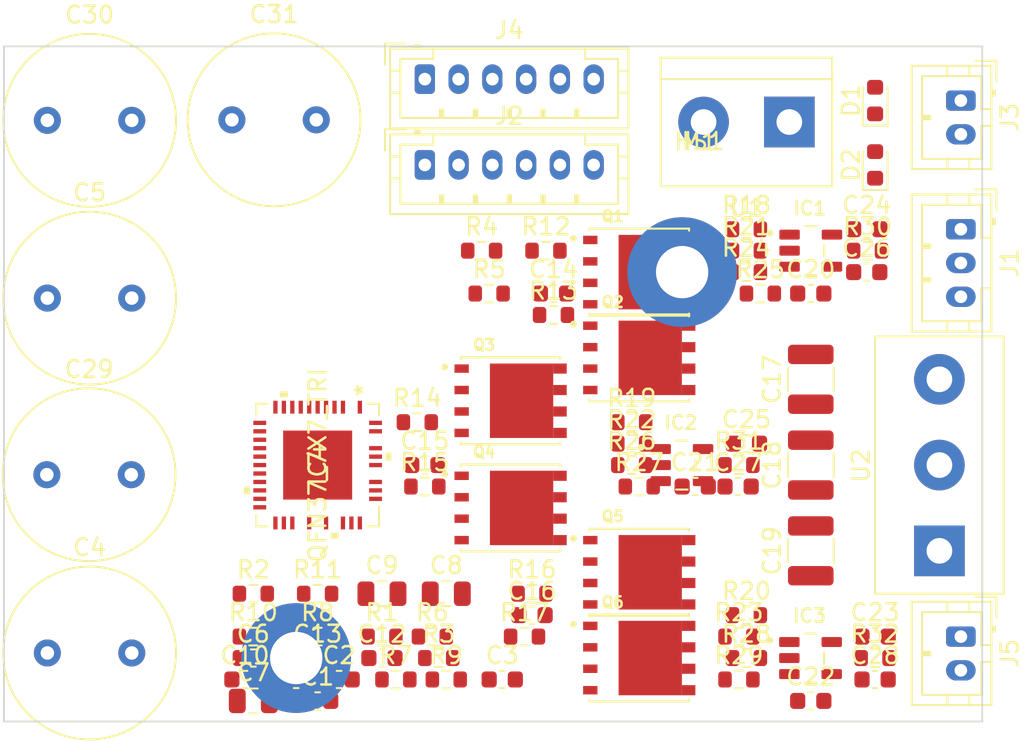
<source format=kicad_pcb>
(kicad_pcb (version 20171130) (host pcbnew "(5.1.12)-1")
  (layers (0 F.Cu signal) (31 B.Cu signal) (34 B.Paste user) (35 F.Paste user) (36 B.SilkS user) (37 F.SilkS user) (38 B.Mask user) (39 F.Mask user) (44 Edge.Cuts user))
  (net 0 "")
  (net 1 /W)
  (net 2 +5V)
  (net 3 /V)
  (net 4 /U)
  (net 5 /+VM)
  (net 6 "Net-(C6-Pad1)")
  (net 7 /VSA)
  (net 8 /12Vout)
  (net 9 /5Vout)
  (net 10 /+Vcc_IO)
  (net 11 "Net-(C11-Pad1)")
  (net 12 "Net-(C11-Pad2)")
  (net 13 /VCP)
  (net 14 "Net-(C14-Pad2)")
  (net 15 "Net-(C14-Pad1)")
  (net 16 "Net-(C15-Pad1)")
  (net 17 "Net-(C15-Pad2)")
  (net 18 "Net-(C16-Pad2)")
  (net 19 "Net-(C16-Pad1)")
  (net 20 "Net-(C20-Pad2)")
  (net 21 "Net-(C20-Pad1)")
  (net 22 "Net-(C21-Pad2)")
  (net 23 "Net-(C21-Pad1)")
  (net 24 "Net-(C22-Pad2)")
  (net 25 "Net-(C22-Pad1)")
  (net 26 "Net-(C23-Pad2)")
  (net 27 "Net-(C24-Pad2)")
  (net 28 "Net-(C25-Pad2)")
  (net 29 U-IA-IDC)
  (net 30 V-IA-IDC)
  (net 31 W-IA-IDC)
  (net 32 "Net-(D1-Pad2)")
  (net 33 "Net-(D2-Pad2)")
  (net 34 "Net-(IC1-Pad1)")
  (net 35 "Net-(IC2-Pad1)")
  (net 36 "Net-(IC3-Pad1)")
  (net 37 "Net-(IC4-Pad2)")
  (net 38 "Net-(IC4-Pad3)")
  (net 39 "Net-(IC4-Pad4)")
  (net 40 "Net-(IC4-Pad5)")
  (net 41 /~CS_DRIVER)
  (net 42 /SPI2_SCK)
  (net 43 /SPI2_MOSI)
  (net 44 "/Motor Driver/SPI2_MISO")
  (net 45 /UH)
  (net 46 /UL)
  (net 47 /VH)
  (net 48 /VL)
  (net 49 /WH)
  (net 50 /WL)
  (net 51 "Net-(IC4-Pad21)")
  (net 52 /SPE)
  (net 53 /Fault)
  (net 54 /DRV_EN)
  (net 55 "Net-(IC4-Pad31)")
  (net 56 "Net-(IC4-Pad34)")
  (net 57 "Net-(IC4-Pad37)")
  (net 58 /ADC_I_u)
  (net 59 /Connectors/ADC_I_v)
  (net 60 /ADC_I_w)
  (net 61 /Connectors/FAULT)
  (net 62 /Connectors/SPI1_MISO)
  (net 63 /Connectors/SPI1_MOSI)
  (net 64 /Connectors/SPI1_SCK)
  (net 65 /Connectors/VCC_IO)
  (net 66 "Net-(Q1-Pad4)")
  (net 67 "Net-(Q2-Pad4)")
  (net 68 "Net-(Q2-Pad5)")
  (net 69 "Net-(Q3-Pad4)")
  (net 70 "Net-(Q4-Pad5)")
  (net 71 "Net-(Q4-Pad4)")
  (net 72 "Net-(Q5-Pad4)")
  (net 73 "Net-(Q6-Pad5)")
  (net 74 "Net-(Q6-Pad4)")
  (net 75 "Net-(R1-Pad2)")
  (net 76 "Net-(R1-Pad1)")
  (net 77 /Connectors/VCC)
  (net 78 /Connectors/Fault)
  (net 79 /Connectors/VOFS)
  (net 80 /Connectors/+VCC_IO)
  (net 81 "Net-(R10-Pad2)")
  (net 82 "Net-(R20-Pad2)")
  (module Capacitor_SMD:C_0603_1608Metric (layer F.Cu) (at 148.59 105.41)
    (fp_text reference C1 (at 0 -1.43) (layer F.SilkS))
    (fp_text value 1nF/100V)
    (pad 2 smd roundrect (at 0.775 0) (size 0.9 0.95) (layers F.Cu F.Paste F.Mask) (net 2 +5V))
    (pad 1 smd roundrect (at -0.775 0) (size 0.9 0.95) (layers F.Cu F.Paste F.Mask) (net 1 /W))
  )
  (module Capacitor_SMD:C_0603_1608Metric (layer F.Cu) (at 149.86 104.14)
    (fp_text reference C2 (at 0 -1.43) (layer F.SilkS))
    (fp_text value 1nF/100V)
    (pad 2 smd roundrect (at 0.775 0) (size 0.9 0.95) (layers F.Cu F.Paste F.Mask) (net 2 +5V))
    (pad 1 smd roundrect (at -0.775 0) (size 0.9 0.95) (layers F.Cu F.Paste F.Mask) (net 3 /V))
  )
  (module Capacitor_SMD:C_0603_1608Metric (layer F.Cu) (at 159.525 104.14)
    (fp_text reference C3 (at 0 -1.43) (layer F.SilkS))
    (fp_text value 1nF/100V)
    (pad 2 smd roundrect (at 0.775 0) (size 0.9 0.95) (layers F.Cu F.Paste F.Mask) (net 2 +5V))
    (pad 1 smd roundrect (at -0.775 0) (size 0.9 0.95) (layers F.Cu F.Paste F.Mask) (net 4 /U))
  )
  (module Capacitor_THT:C_Radial_D10.0mm_H20.0mm_P5.00mm (layer F.Cu) (at 132.58 102.57)
    (fp_text reference C4 (at 2.5 -6.25) (layer F.SilkS))
    (fp_text value 330uF/63V)
    (pad 2 thru_hole circle (at 5 0) (size 1.6 1.6) (drill 0.8) (layers *.Cu *.Mask) (net 2 +5V))
    (pad 1 thru_hole circle (at 0 0) (size 1.6 1.6) (drill 0.8) (layers *.Cu *.Mask) (net 5 /+VM))
  )
  (module Capacitor_THT:C_Radial_D10.0mm_H20.0mm_P5.00mm (layer F.Cu) (at 132.58 81.55)
    (fp_text reference C5 (at 2.5 -6.25) (layer F.SilkS))
    (fp_text value 330uF/63V)
    (pad 2 thru_hole circle (at 5 0) (size 1.6 1.6) (drill 0.8) (layers *.Cu *.Mask) (net 2 +5V))
    (pad 1 thru_hole circle (at 0 0) (size 1.6 1.6) (drill 0.8) (layers *.Cu *.Mask) (net 5 /+VM))
  )
  (module Capacitor_SMD:C_0603_1608Metric (layer F.Cu) (at 144.78 102.87)
    (fp_text reference C6 (at 0 -1.43) (layer F.SilkS))
    (fp_text value 100nF/50V)
    (pad 2 smd roundrect (at 0.775 0) (size 0.9 0.95) (layers F.Cu F.Paste F.Mask) (net 2 +5V))
    (pad 1 smd roundrect (at -0.775 0) (size 0.9 0.95) (layers F.Cu F.Paste F.Mask) (net 6 "Net-(C6-Pad1)"))
  )
  (module Capacitor_SMD:C_0805_2012Metric (layer F.Cu) (at 144.78 105.41)
    (fp_text reference C7 (at 0 -1.68) (layer F.SilkS))
    (fp_text value 100nF/100V)
    (pad 2 smd roundrect (at 0.95 0) (size 1 1.45) (layers F.Cu F.Paste F.Mask) (net 2 +5V))
    (pad 1 smd roundrect (at -0.95 0) (size 1 1.45) (layers F.Cu F.Paste F.Mask) (net 7 /VSA))
  )
  (module Capacitor_SMD:C_0805_2012Metric (layer F.Cu) (at 156.21 99.06)
    (fp_text reference C8 (at 0 -1.68) (layer F.SilkS))
    (fp_text value 2,2μF/50V)
    (pad 2 smd roundrect (at 0.95 0) (size 1 1.45) (layers F.Cu F.Paste F.Mask) (net 2 +5V))
    (pad 1 smd roundrect (at -0.95 0) (size 1 1.45) (layers F.Cu F.Paste F.Mask) (net 8 /12Vout))
  )
  (module Capacitor_SMD:C_0805_2012Metric (layer F.Cu) (at 152.4 99.06)
    (fp_text reference C9 (at 0 -1.68) (layer F.SilkS))
    (fp_text value 2,2μF/50V)
    (pad 2 smd roundrect (at 0.95 0) (size 1 1.45) (layers F.Cu F.Paste F.Mask) (net 2 +5V))
    (pad 1 smd roundrect (at -0.95 0) (size 1 1.45) (layers F.Cu F.Paste F.Mask) (net 9 /5Vout))
  )
  (module Capacitor_SMD:C_0603_1608Metric (layer F.Cu) (at 144.285 104.14)
    (fp_text reference C10 (at 0 -1.43) (layer F.SilkS))
    (fp_text value 100nF/50V)
    (pad 2 smd roundrect (at 0.775 0) (size 0.9 0.95) (layers F.Cu F.Paste F.Mask) (net 2 +5V))
    (pad 1 smd roundrect (at -0.775 0) (size 0.9 0.95) (layers F.Cu F.Paste F.Mask) (net 10 /+Vcc_IO))
  )
  (module Capacitor_SMD:C_0603_1608Metric (layer F.Cu) (at 147.32 104.14)
    (fp_text reference C11 (at 0 -1.43) (layer F.SilkS))
    (fp_text value 22nF/100V)
    (pad 2 smd roundrect (at 0.775 0) (size 0.9 0.95) (layers F.Cu F.Paste F.Mask) (net 12 "Net-(C11-Pad2)"))
    (pad 1 smd roundrect (at -0.775 0) (size 0.9 0.95) (layers F.Cu F.Paste F.Mask) (net 11 "Net-(C11-Pad1)"))
  )
  (module Capacitor_SMD:C_0603_1608Metric (layer F.Cu) (at 152.4 102.87)
    (fp_text reference C12 (at 0 -1.43) (layer F.SilkS))
    (fp_text value 100nF/100V)
    (pad 2 smd roundrect (at 0.775 0) (size 0.9 0.95) (layers F.Cu F.Paste F.Mask) (net 5 /+VM))
    (pad 1 smd roundrect (at -0.775 0) (size 0.9 0.95) (layers F.Cu F.Paste F.Mask) (net 2 +5V))
  )
  (module Capacitor_SMD:C_0603_1608Metric (layer F.Cu) (at 148.59 102.87)
    (fp_text reference C13 (at 0 -1.43) (layer F.SilkS))
    (fp_text value 100nF/100V)
    (pad 2 smd roundrect (at 0.775 0) (size 0.9 0.95) (layers F.Cu F.Paste F.Mask) (net 5 /+VM))
    (pad 1 smd roundrect (at -0.775 0) (size 0.9 0.95) (layers F.Cu F.Paste F.Mask) (net 13 /VCP))
  )
  (module Capacitor_SMD:C_0603_1608Metric (layer F.Cu) (at 162.56 81.28)
    (fp_text reference C14 (at 0 -1.43) (layer F.SilkS))
    (fp_text value 470nF/16V)
    (pad 2 smd roundrect (at 0.775 0) (size 0.9 0.95) (layers F.Cu F.Paste F.Mask) (net 14 "Net-(C14-Pad2)"))
    (pad 1 smd roundrect (at -0.775 0) (size 0.9 0.95) (layers F.Cu F.Paste F.Mask) (net 15 "Net-(C14-Pad1)"))
  )
  (module Capacitor_SMD:C_0603_1608Metric (layer F.Cu) (at 154.94 91.44)
    (fp_text reference C15 (at 0 -1.43) (layer F.SilkS))
    (fp_text value 470nF/16V)
    (pad 2 smd roundrect (at 0.775 0) (size 0.9 0.95) (layers F.Cu F.Paste F.Mask) (net 17 "Net-(C15-Pad2)"))
    (pad 1 smd roundrect (at -0.775 0) (size 0.9 0.95) (layers F.Cu F.Paste F.Mask) (net 16 "Net-(C15-Pad1)"))
  )
  (module Capacitor_SMD:C_0603_1608Metric (layer F.Cu) (at 161.29 100.33)
    (fp_text reference C16 (at 0 -1.43) (layer F.SilkS))
    (fp_text value 470nF/16V)
    (pad 2 smd roundrect (at 0.775 0) (size 0.9 0.95) (layers F.Cu F.Paste F.Mask) (net 18 "Net-(C16-Pad2)"))
    (pad 1 smd roundrect (at -0.775 0) (size 0.9 0.95) (layers F.Cu F.Paste F.Mask) (net 19 "Net-(C16-Pad1)"))
  )
  (module Capacitor_SMD:C_1210_3225Metric (layer F.Cu) (at 177.8 86.36 90)
    (fp_text reference C17 (at 0 -2.3 90) (layer F.SilkS))
    (fp_text value 2.2μF/100V)
    (pad 2 smd roundrect (at 1.475 0 90) (size 1.15 2.7) (layers F.Cu F.Paste F.Mask) (roundrect_rratio 0.217391) (net 2 +5V))
    (pad 1 smd roundrect (at -1.475 0 90) (size 1.15 2.7) (layers F.Cu F.Paste F.Mask) (roundrect_rratio 0.217391) (net 5 /+VM))
  )
  (module Capacitor_SMD:C_1210_3225Metric (layer F.Cu) (at 177.8 91.44 90)
    (fp_text reference C18 (at 0 -2.3 90) (layer F.SilkS))
    (fp_text value 2,2μF/100V)
    (pad 2 smd roundrect (at 1.475 0 90) (size 1.15 2.7) (layers F.Cu F.Paste F.Mask) (roundrect_rratio 0.217391) (net 2 +5V))
    (pad 1 smd roundrect (at -1.475 0 90) (size 1.15 2.7) (layers F.Cu F.Paste F.Mask) (roundrect_rratio 0.217391) (net 5 /+VM))
  )
  (module Capacitor_SMD:C_1210_3225Metric (layer F.Cu) (at 177.8 96.52 90)
    (fp_text reference C19 (at 0 -2.3 90) (layer F.SilkS))
    (fp_text value 2,2μF/100V)
    (pad 2 smd roundrect (at 1.475 0 90) (size 1.15 2.7) (layers F.Cu F.Paste F.Mask) (roundrect_rratio 0.217391) (net 2 +5V))
    (pad 1 smd roundrect (at -1.475 0 90) (size 1.15 2.7) (layers F.Cu F.Paste F.Mask) (roundrect_rratio 0.217391) (net 5 /+VM))
  )
  (module Capacitor_SMD:C_0603_1608Metric (layer F.Cu) (at 177.8 81.28)
    (fp_text reference C20 (at 0 -1.43) (layer F.SilkS))
    (fp_text value 3300pF)
    (pad 2 smd roundrect (at 0.775 0) (size 0.9 0.95) (layers F.Cu F.Paste F.Mask) (net 20 "Net-(C20-Pad2)"))
    (pad 1 smd roundrect (at -0.775 0) (size 0.9 0.95) (layers F.Cu F.Paste F.Mask) (net 21 "Net-(C20-Pad1)"))
  )
  (module Capacitor_SMD:C_0603_1608Metric (layer F.Cu) (at 170.955 92.71)
    (fp_text reference C21 (at 0 -1.43) (layer F.SilkS))
    (fp_text value 3300pF)
    (pad 2 smd roundrect (at 0.775 0) (size 0.9 0.95) (layers F.Cu F.Paste F.Mask) (net 22 "Net-(C21-Pad2)"))
    (pad 1 smd roundrect (at -0.775 0) (size 0.9 0.95) (layers F.Cu F.Paste F.Mask) (net 23 "Net-(C21-Pad1)"))
  )
  (module Capacitor_SMD:C_0603_1608Metric (layer F.Cu) (at 177.8 105.41)
    (fp_text reference C22 (at 0 -1.43) (layer F.SilkS))
    (fp_text value 3300pF)
    (pad 2 smd roundrect (at 0.775 0) (size 0.9 0.95) (layers F.Cu F.Paste F.Mask) (net 24 "Net-(C22-Pad2)"))
    (pad 1 smd roundrect (at -0.775 0) (size 0.9 0.95) (layers F.Cu F.Paste F.Mask) (net 25 "Net-(C22-Pad1)"))
  )
  (module Capacitor_SMD:C_0603_1608Metric (layer F.Cu) (at 181.61 101.6)
    (fp_text reference C23 (at 0 -1.43) (layer F.SilkS))
    (fp_text value 100nF/10V)
    (pad 2 smd roundrect (at 0.775 0) (size 0.9 0.95) (layers F.Cu F.Paste F.Mask) (net 26 "Net-(C23-Pad2)"))
    (pad 1 smd roundrect (at -0.775 0) (size 0.9 0.95) (layers F.Cu F.Paste F.Mask) (net 2 +5V))
  )
  (module Capacitor_SMD:C_0603_1608Metric (layer F.Cu) (at 181.115 77.47)
    (fp_text reference C24 (at 0 -1.43) (layer F.SilkS))
    (fp_text value 100nF/10V)
    (pad 2 smd roundrect (at 0.775 0) (size 0.9 0.95) (layers F.Cu F.Paste F.Mask) (net 27 "Net-(C24-Pad2)"))
    (pad 1 smd roundrect (at -0.775 0) (size 0.9 0.95) (layers F.Cu F.Paste F.Mask) (net 2 +5V))
  )
  (module Capacitor_SMD:C_0603_1608Metric (layer F.Cu) (at 173.99 90.17)
    (fp_text reference C25 (at 0 -1.43) (layer F.SilkS))
    (fp_text value 100nF/10V)
    (pad 2 smd roundrect (at 0.775 0) (size 0.9 0.95) (layers F.Cu F.Paste F.Mask) (net 28 "Net-(C25-Pad2)"))
    (pad 1 smd roundrect (at -0.775 0) (size 0.9 0.95) (layers F.Cu F.Paste F.Mask) (net 2 +5V))
  )
  (module Capacitor_SMD:C_0603_1608Metric (layer F.Cu) (at 181.115 80.01)
    (fp_text reference C26 (at 0 -1.43) (layer F.SilkS))
    (fp_text value 1nF/16V)
    (pad 2 smd roundrect (at 0.775 0) (size 0.9 0.95) (layers F.Cu F.Paste F.Mask) (net 2 +5V))
    (pad 1 smd roundrect (at -0.775 0) (size 0.9 0.95) (layers F.Cu F.Paste F.Mask) (net 29 U-IA-IDC))
  )
  (module Capacitor_SMD:C_0603_1608Metric (layer F.Cu) (at 173.495 92.71)
    (fp_text reference C27 (at 0 -1.43) (layer F.SilkS))
    (fp_text value 1nF/16V)
    (pad 2 smd roundrect (at 0.775 0) (size 0.9 0.95) (layers F.Cu F.Paste F.Mask) (net 2 +5V))
    (pad 1 smd roundrect (at -0.775 0) (size 0.9 0.95) (layers F.Cu F.Paste F.Mask) (net 30 V-IA-IDC))
  )
  (module Capacitor_SMD:C_0603_1608Metric (layer F.Cu) (at 181.61 104.14)
    (fp_text reference C28 (at 0 -1.43) (layer F.SilkS))
    (fp_text value 1nF/16V)
    (pad 2 smd roundrect (at 0.775 0) (size 0.9 0.95) (layers F.Cu F.Paste F.Mask) (net 2 +5V))
    (pad 1 smd roundrect (at -0.775 0) (size 0.9 0.95) (layers F.Cu F.Paste F.Mask) (net 31 W-IA-IDC))
  )
  (module LED_SMD:LED_0603_1608Metric (layer F.Cu) (at 181.61 69.85 90)
    (fp_text reference D1 (at 0 -1.43 90) (layer F.SilkS))
    (fp_text value 19-217/GHC-YR1S2/3T)
    (pad 2 smd roundrect (at 0.7875 0 90) (size 0.875 0.95) (layers F.Cu F.Paste F.Mask) (net 32 "Net-(D1-Pad2)"))
    (pad 1 smd roundrect (at -0.7875 0 90) (size 0.875 0.95) (layers F.Cu F.Paste F.Mask) (net 2 +5V))
  )
  (module LED_SMD:LED_0603_1608Metric (layer F.Cu) (at 181.61 73.66 90)
    (fp_text reference D2 (at 0 -1.43 90) (layer F.SilkS))
    (fp_text value 19-217/GHC-YR1S2/3T)
    (pad 2 smd roundrect (at 0.7875 0 90) (size 0.875 0.95) (layers F.Cu F.Paste F.Mask) (net 33 "Net-(D2-Pad2)"))
    (pad 1 smd roundrect (at -0.7875 0 90) (size 0.875 0.95) (layers F.Cu F.Paste F.Mask) (net 2 +5V))
  )
  (module Libraries:SOT95P280X145-5N (layer F.Cu) (at 177.8 78.74)
    (fp_text reference IC1 (at -0.06 -2.508) (layer F.SilkS) (effects (font (size 0.8 0.8))))
    (fp_text value INA180A3IDBVR)
    (pad 5 smd roundrect (at 1.255 -0.95) (size 1.21 0.59) (layers F.Cu F.Paste F.Mask) (roundrect_rratio 0.15) (net 27 "Net-(C24-Pad2)"))
    (pad 4 smd roundrect (at 1.255 0.95) (size 1.21 0.59) (layers F.Cu F.Paste F.Mask) (roundrect_rratio 0.15) (net 20 "Net-(C20-Pad2)"))
    (pad 3 smd roundrect (at -1.255 0.95) (size 1.21 0.59) (layers F.Cu F.Paste F.Mask) (roundrect_rratio 0.15) (net 21 "Net-(C20-Pad1)"))
    (pad 2 smd roundrect (at -1.255 0) (size 1.21 0.59) (layers F.Cu F.Paste F.Mask) (roundrect_rratio 0.15) (net 2 +5V))
    (pad 1 smd roundrect (at -1.255 -0.95) (size 1.21 0.59) (layers F.Cu F.Paste F.Mask) (roundrect_rratio 0.15) (net 34 "Net-(IC1-Pad1)"))
  )
  (module Libraries:SOT95P280X145-5N (layer F.Cu) (at 170.165 91.44)
    (fp_text reference IC2 (at -0.06 -2.508) (layer F.SilkS) (effects (font (size 0.8 0.8))))
    (fp_text value INA180A3IDBVR)
    (pad 5 smd roundrect (at 1.255 -0.95) (size 1.21 0.59) (layers F.Cu F.Paste F.Mask) (roundrect_rratio 0.15) (net 28 "Net-(C25-Pad2)"))
    (pad 4 smd roundrect (at 1.255 0.95) (size 1.21 0.59) (layers F.Cu F.Paste F.Mask) (roundrect_rratio 0.15) (net 22 "Net-(C21-Pad2)"))
    (pad 3 smd roundrect (at -1.255 0.95) (size 1.21 0.59) (layers F.Cu F.Paste F.Mask) (roundrect_rratio 0.15) (net 23 "Net-(C21-Pad1)"))
    (pad 2 smd roundrect (at -1.255 0) (size 1.21 0.59) (layers F.Cu F.Paste F.Mask) (roundrect_rratio 0.15) (net 2 +5V))
    (pad 1 smd roundrect (at -1.255 -0.95) (size 1.21 0.59) (layers F.Cu F.Paste F.Mask) (roundrect_rratio 0.15) (net 35 "Net-(IC2-Pad1)"))
  )
  (module Libraries:SOT95P280X145-5N (layer F.Cu) (at 177.785 102.87)
    (fp_text reference IC3 (at -0.06 -2.508) (layer F.SilkS) (effects (font (size 0.8 0.8))))
    (fp_text value INA180A3IDBVR)
    (pad 5 smd roundrect (at 1.255 -0.95) (size 1.21 0.59) (layers F.Cu F.Paste F.Mask) (roundrect_rratio 0.15) (net 26 "Net-(C23-Pad2)"))
    (pad 4 smd roundrect (at 1.255 0.95) (size 1.21 0.59) (layers F.Cu F.Paste F.Mask) (roundrect_rratio 0.15) (net 24 "Net-(C22-Pad2)"))
    (pad 3 smd roundrect (at -1.255 0.95) (size 1.21 0.59) (layers F.Cu F.Paste F.Mask) (roundrect_rratio 0.15) (net 25 "Net-(C22-Pad1)"))
    (pad 2 smd roundrect (at -1.255 0) (size 1.21 0.59) (layers F.Cu F.Paste F.Mask) (roundrect_rratio 0.15) (net 2 +5V))
    (pad 1 smd roundrect (at -1.255 -0.95) (size 1.21 0.59) (layers F.Cu F.Paste F.Mask) (roundrect_rratio 0.15) (net 36 "Net-(IC3-Pad1)"))
  )
  (module Libraries:TMC6100-LA (layer F.Cu) (at 148.59 91.44 270)
    (fp_text reference IC4 (at 0 0 90) (layer F.SilkS))
    (fp_text value QFN37_7X7_TRI (at 0 0 90) (layer F.SilkS))
    (fp_text user * (at -4.445 -2.75 90) (layer F.SilkS))
    (fp_text user * (at -4.445 -2.75 90) (layer F.SilkS))
    (pad 38 smd rect (at 0 0 270) (size 4.0894 4.0894) (layers F.Cu F.Mask))
    (pad 37 smd rect (at -2.5 -3.429 270) (size 0.254 0.762) (layers F.Cu F.Paste F.Mask) (net 57 "Net-(IC4-Pad37)"))
    (pad 36 smd rect (at -2.000001 -3.429 270) (size 0.254 0.762) (layers F.Cu F.Paste F.Mask) (net 15 "Net-(C14-Pad1)"))
    (pad 35 smd rect (at -1.000001 -3.429 270) (size 0.254 0.762) (layers F.Cu F.Paste F.Mask) (net 17 "Net-(C15-Pad2)"))
    (pad 34 smd rect (at -0.499999 -3.429 270) (size 0.254 0.762) (layers F.Cu F.Paste F.Mask) (net 56 "Net-(IC4-Pad34)"))
    (pad 33 smd rect (at 0 -3.429 270) (size 0.254 0.762) (layers F.Cu F.Paste F.Mask) (net 16 "Net-(C15-Pad1)"))
    (pad 32 smd rect (at 1.000001 -3.429 270) (size 0.254 0.762) (layers F.Cu F.Paste F.Mask) (net 19 "Net-(C16-Pad1)"))
    (pad 31 smd rect (at 1.5 -3.429 270) (size 0.254 0.762) (layers F.Cu F.Paste F.Mask) (net 55 "Net-(IC4-Pad31)"))
    (pad 30 smd rect (at 2.000001 -3.429 270) (size 0.254 0.762) (layers F.Cu F.Paste F.Mask) (net 18 "Net-(C16-Pad2)"))
    (pad 29 smd rect (at 3.429 -2.5) (size 0.254 0.762) (layers F.Cu F.Paste F.Mask) (net 13 /VCP))
    (pad 28 smd rect (at 3.429 -2.000001) (size 0.254 0.762) (layers F.Cu F.Paste F.Mask) (net 5 /+VM))
    (pad 27 smd rect (at 3.429 -1.5) (size 0.254 0.762) (layers F.Cu F.Paste F.Mask) (net 11 "Net-(C11-Pad1)"))
    (pad 26 smd rect (at 3.429 -0.499999) (size 0.254 0.762) (layers F.Cu F.Paste F.Mask) (net 12 "Net-(C11-Pad2)"))
    (pad 25 smd rect (at 3.429 0.499999) (size 0.254 0.762) (layers F.Cu F.Paste F.Mask) (net 7 /VSA))
    (pad 24 smd rect (at 3.429 1.5) (size 0.254 0.762) (layers F.Cu F.Paste F.Mask) (net 54 /DRV_EN))
    (pad 23 smd rect (at 3.429 2.000001) (size 0.254 0.762) (layers F.Cu F.Paste F.Mask) (net 53 /Fault))
    (pad 22 smd rect (at 3.429 2.5) (size 0.254 0.762) (layers F.Cu F.Paste F.Mask) (net 52 /SPE))
    (pad 21 smd rect (at 2.5 3.429 270) (size 0.254 0.762) (layers F.Cu F.Paste F.Mask) (net 51 "Net-(IC4-Pad21)"))
    (pad 20 smd rect (at 2.000001 3.429 270) (size 0.254 0.762) (layers F.Cu F.Paste F.Mask) (net 50 /WL))
    (pad 19 smd rect (at 1.5 3.429 270) (size 0.254 0.762) (layers F.Cu F.Paste F.Mask) (net 49 /WH))
    (pad 18 smd rect (at 1.000001 3.429 270) (size 0.254 0.762) (layers F.Cu F.Paste F.Mask) (net 48 /VL))
    (pad 17 smd rect (at 0.499999 3.429 270) (size 0.254 0.762) (layers F.Cu F.Paste F.Mask) (net 47 /VH))
    (pad 16 smd rect (at 0 3.429 270) (size 0.254 0.762) (layers F.Cu F.Paste F.Mask) (net 10 /+Vcc_IO))
    (pad 15 smd rect (at -0.499999 3.429 270) (size 0.254 0.762) (layers F.Cu F.Paste F.Mask) (net 46 /UL))
    (pad 14 smd rect (at -1.000001 3.429 270) (size 0.254 0.762) (layers F.Cu F.Paste F.Mask) (net 45 /UH))
    (pad 13 smd rect (at -1.5 3.429 270) (size 0.254 0.762) (layers F.Cu F.Paste F.Mask) (net 44 "/Motor Driver/SPI2_MISO"))
    (pad 12 smd rect (at -2.000001 3.429 270) (size 0.254 0.762) (layers F.Cu F.Paste F.Mask) (net 43 /SPI2_MOSI))
    (pad 11 smd rect (at -2.5 3.429 270) (size 0.254 0.762) (layers F.Cu F.Paste F.Mask) (net 42 /SPI2_SCK))
    (pad 10 smd rect (at -3.429 2.5) (size 0.254 0.762) (layers F.Cu F.Paste F.Mask) (net 41 /~CS_DRIVER))
    (pad 9 smd rect (at -3.429 2.000001) (size 0.254 0.762) (layers F.Cu F.Paste F.Mask) (net 2 +5V))
    (pad 8 smd rect (at -3.429 1.5) (size 0.254 0.762) (layers F.Cu F.Paste F.Mask) (net 2 +5V))
    (pad 7 smd rect (at -3.429 1.000001) (size 0.254 0.762) (layers F.Cu F.Paste F.Mask) (net 9 /5Vout))
    (pad 6 smd rect (at -3.429 0.499999) (size 0.254 0.762) (layers F.Cu F.Paste F.Mask) (net 8 /12Vout))
    (pad 5 smd rect (at -3.429 0) (size 0.254 0.762) (layers F.Cu F.Paste F.Mask) (net 40 "Net-(IC4-Pad5)"))
    (pad 4 smd rect (at -3.429 -0.499999) (size 0.254 0.762) (layers F.Cu F.Paste F.Mask) (net 39 "Net-(IC4-Pad4)"))
    (pad 3 smd rect (at -3.429 -1.000001) (size 0.254 0.762) (layers F.Cu F.Paste F.Mask) (net 38 "Net-(IC4-Pad3)"))
    (pad 2 smd rect (at -3.429 -1.5) (size 0.254 0.762) (layers F.Cu F.Paste F.Mask) (net 37 "Net-(IC4-Pad2)"))
    (pad 1 smd rect (at -3.429 -2.5) (size 0.254 0.762) (layers F.Cu F.Paste F.Mask) (net 14 "Net-(C14-Pad2)"))
  )
  (module Connector_JST:JST_PH_B3B-PH-K_1x03_P2.00mm_Vertical (layer F.Cu) (at 186.69 77.47 270)
    (fp_text reference J1 (at 2 -2.9 90) (layer F.SilkS))
    (fp_text value "Current Sensing")
    (pad 3 thru_hole oval (at 4 0 270) (size 1.2 1.75) (drill 0.75) (layers *.Cu *.Mask) (net 60 /ADC_I_w))
    (pad 2 thru_hole oval (at 2 0 270) (size 1.2 1.75) (drill 0.75) (layers *.Cu *.Mask) (net 59 /Connectors/ADC_I_v))
    (pad 1 thru_hole roundrect (at 0 0 270) (size 1.2 1.75) (drill 0.75) (layers *.Cu *.Mask) (roundrect_rratio 0.208333) (net 58 /ADC_I_u))
  )
  (module Connector_JST:JST_PH_B6B-PH-K_1x06_P2.00mm_Vertical (layer F.Cu) (at 154.94 73.66)
    (fp_text reference J2 (at 5 -2.9) (layer F.SilkS))
    (fp_text value SPI/Info)
    (pad 6 thru_hole oval (at 10 0) (size 1.2 1.75) (drill 0.75) (layers *.Cu *.Mask) (net 61 /Connectors/FAULT))
    (pad 5 thru_hole oval (at 8 0) (size 1.2 1.75) (drill 0.75) (layers *.Cu *.Mask) (net 54 /DRV_EN))
    (pad 4 thru_hole oval (at 6 0) (size 1.2 1.75) (drill 0.75) (layers *.Cu *.Mask) (net 62 /Connectors/SPI1_MISO))
    (pad 3 thru_hole oval (at 4 0) (size 1.2 1.75) (drill 0.75) (layers *.Cu *.Mask) (net 63 /Connectors/SPI1_MOSI))
    (pad 2 thru_hole oval (at 2 0) (size 1.2 1.75) (drill 0.75) (layers *.Cu *.Mask) (net 64 /Connectors/SPI1_SCK))
    (pad 1 thru_hole roundrect (at 0 0) (size 1.2 1.75) (drill 0.75) (layers *.Cu *.Mask) (roundrect_rratio 0.208333) (net 41 /~CS_DRIVER))
  )
  (module Connector_JST:JST_PH_B2B-PH-K_1x02_P2.00mm_Vertical (layer F.Cu) (at 186.69 69.85 270)
    (fp_text reference J3 (at 1 -2.9 90) (layer F.SilkS))
    (fp_text value VCC_IO)
    (pad 2 thru_hole oval (at 2 0 270) (size 1.2 1.75) (drill 0.75) (layers *.Cu *.Mask) (net 2 +5V))
    (pad 1 thru_hole roundrect (at 0 0 270) (size 1.2 1.75) (drill 0.75) (layers *.Cu *.Mask) (roundrect_rratio 0.208333) (net 65 /Connectors/VCC_IO))
  )
  (module Connector_JST:JST_PH_B6B-PH-K_1x06_P2.00mm_Vertical (layer F.Cu) (at 154.94 68.58)
    (fp_text reference J4 (at 5 -2.9) (layer F.SilkS))
    (fp_text value PWMx6)
    (pad 6 thru_hole oval (at 10 0) (size 1.2 1.75) (drill 0.75) (layers *.Cu *.Mask) (net 45 /UH))
    (pad 5 thru_hole oval (at 8 0) (size 1.2 1.75) (drill 0.75) (layers *.Cu *.Mask) (net 46 /UL))
    (pad 4 thru_hole oval (at 6 0) (size 1.2 1.75) (drill 0.75) (layers *.Cu *.Mask) (net 47 /VH))
    (pad 3 thru_hole oval (at 4 0) (size 1.2 1.75) (drill 0.75) (layers *.Cu *.Mask) (net 48 /VL))
    (pad 2 thru_hole oval (at 2 0) (size 1.2 1.75) (drill 0.75) (layers *.Cu *.Mask) (net 49 /WH))
    (pad 1 thru_hole roundrect (at 0 0) (size 1.2 1.75) (drill 0.75) (layers *.Cu *.Mask) (roundrect_rratio 0.208333) (net 50 /WL))
  )
  (module Connector_JST:JST_PH_B2B-PH-K_1x02_P2.00mm_Vertical (layer F.Cu) (at 186.69 101.6 270)
    (fp_text reference J5 (at 1 -2.9 90) (layer F.SilkS))
    (fp_text value Temperature)
    (pad 2 thru_hole oval (at 2 0 270) (size 1.2 1.75) (drill 0.75) (layers *.Cu *.Mask) (net 2 +5V))
    (pad 1 thru_hole roundrect (at 0 0 270) (size 1.2 1.75) (drill 0.75) (layers *.Cu *.Mask) (roundrect_rratio 0.208333) (net 6 "Net-(C6-Pad1)"))
  )
  (module Libraries:PDFN-8 (layer F.Cu) (at 167.64 80.01)
    (fp_text reference Q1 (at -1.568 -3.3064) (layer F.SilkS) (effects (font (size 0.64 0.64))))
    (fp_text value HYG025N06LS1C2)
    (pad 9 smd rect (at 0.65 0) (size 3.75 4.41) (layers F.Cu F.Mask))
    (pad 8 smd rect (at 2.925 -1.905) (size 0.8 0.6) (layers F.Cu F.Mask) (net 15 "Net-(C14-Pad1)"))
    (pad 7 smd rect (at 2.925 -0.635) (size 0.8 0.6) (layers F.Cu F.Mask) (net 15 "Net-(C14-Pad1)"))
    (pad 6 smd rect (at 2.925 0.635) (size 0.8 0.6) (layers F.Cu F.Mask) (net 15 "Net-(C14-Pad1)"))
    (pad 5 smd rect (at 2.925 1.905) (size 0.8 0.6) (layers F.Cu F.Mask) (net 15 "Net-(C14-Pad1)"))
    (pad 3 smd rect (at -2.9 0.635) (size 0.85 0.5) (layers F.Cu F.Mask) (net 5 /+VM))
    (pad 2 smd rect (at -2.9 -0.635) (size 0.85 0.5) (layers F.Cu F.Mask) (net 5 /+VM))
    (pad 4 smd rect (at -2.9 1.905) (size 0.85 0.5) (layers F.Cu F.Mask) (net 66 "Net-(Q1-Pad4)"))
    (pad 1 smd rect (at -2.9 -1.905) (size 0.85 0.5) (layers F.Cu F.Mask) (net 5 /+VM))
  )
  (module Libraries:PDFN-8 (layer F.Cu) (at 167.64 85.09)
    (fp_text reference Q2 (at -1.568 -3.3064) (layer F.SilkS) (effects (font (size 0.64 0.64))))
    (fp_text value HYG025N06LS1C2)
    (pad 9 smd rect (at 0.65 0) (size 3.75 4.41) (layers F.Cu F.Mask))
    (pad 8 smd rect (at 2.925 -1.905) (size 0.8 0.6) (layers F.Cu F.Mask) (net 68 "Net-(Q2-Pad5)"))
    (pad 7 smd rect (at 2.925 -0.635) (size 0.8 0.6) (layers F.Cu F.Mask) (net 68 "Net-(Q2-Pad5)"))
    (pad 6 smd rect (at 2.925 0.635) (size 0.8 0.6) (layers F.Cu F.Mask) (net 68 "Net-(Q2-Pad5)"))
    (pad 5 smd rect (at 2.925 1.905) (size 0.8 0.6) (layers F.Cu F.Mask) (net 68 "Net-(Q2-Pad5)"))
    (pad 3 smd rect (at -2.9 0.635) (size 0.85 0.5) (layers F.Cu F.Mask) (net 15 "Net-(C14-Pad1)"))
    (pad 2 smd rect (at -2.9 -0.635) (size 0.85 0.5) (layers F.Cu F.Mask) (net 15 "Net-(C14-Pad1)"))
    (pad 4 smd rect (at -2.9 1.905) (size 0.85 0.5) (layers F.Cu F.Mask) (net 67 "Net-(Q2-Pad4)"))
    (pad 1 smd rect (at -2.9 -1.905) (size 0.85 0.5) (layers F.Cu F.Mask) (net 15 "Net-(C14-Pad1)"))
  )
  (module Libraries:PDFN-8 (layer F.Cu) (at 160.02 87.63)
    (fp_text reference Q3 (at -1.568 -3.3064) (layer F.SilkS) (effects (font (size 0.64 0.64))))
    (fp_text value HYG025N06LS1C2)
    (pad 9 smd rect (at 0.65 0) (size 3.75 4.41) (layers F.Cu F.Mask))
    (pad 8 smd rect (at 2.925 -1.905) (size 0.8 0.6) (layers F.Cu F.Mask) (net 16 "Net-(C15-Pad1)"))
    (pad 7 smd rect (at 2.925 -0.635) (size 0.8 0.6) (layers F.Cu F.Mask) (net 16 "Net-(C15-Pad1)"))
    (pad 6 smd rect (at 2.925 0.635) (size 0.8 0.6) (layers F.Cu F.Mask) (net 16 "Net-(C15-Pad1)"))
    (pad 5 smd rect (at 2.925 1.905) (size 0.8 0.6) (layers F.Cu F.Mask) (net 16 "Net-(C15-Pad1)"))
    (pad 3 smd rect (at -2.9 0.635) (size 0.85 0.5) (layers F.Cu F.Mask) (net 5 /+VM))
    (pad 2 smd rect (at -2.9 -0.635) (size 0.85 0.5) (layers F.Cu F.Mask) (net 5 /+VM))
    (pad 4 smd rect (at -2.9 1.905) (size 0.85 0.5) (layers F.Cu F.Mask) (net 69 "Net-(Q3-Pad4)"))
    (pad 1 smd rect (at -2.9 -1.905) (size 0.85 0.5) (layers F.Cu F.Mask) (net 5 /+VM))
  )
  (module Libraries:PDFN-8 (layer F.Cu) (at 160.02 93.98)
    (fp_text reference Q4 (at -1.568 -3.3064) (layer F.SilkS) (effects (font (size 0.64 0.64))))
    (fp_text value HYG025N06LS1C2)
    (pad 9 smd rect (at 0.65 0) (size 3.75 4.41) (layers F.Cu F.Mask))
    (pad 8 smd rect (at 2.925 -1.905) (size 0.8 0.6) (layers F.Cu F.Mask) (net 70 "Net-(Q4-Pad5)"))
    (pad 7 smd rect (at 2.925 -0.635) (size 0.8 0.6) (layers F.Cu F.Mask) (net 70 "Net-(Q4-Pad5)"))
    (pad 6 smd rect (at 2.925 0.635) (size 0.8 0.6) (layers F.Cu F.Mask) (net 70 "Net-(Q4-Pad5)"))
    (pad 5 smd rect (at 2.925 1.905) (size 0.8 0.6) (layers F.Cu F.Mask) (net 70 "Net-(Q4-Pad5)"))
    (pad 3 smd rect (at -2.9 0.635) (size 0.85 0.5) (layers F.Cu F.Mask) (net 16 "Net-(C15-Pad1)"))
    (pad 2 smd rect (at -2.9 -0.635) (size 0.85 0.5) (layers F.Cu F.Mask) (net 16 "Net-(C15-Pad1)"))
    (pad 4 smd rect (at -2.9 1.905) (size 0.85 0.5) (layers F.Cu F.Mask) (net 71 "Net-(Q4-Pad4)"))
    (pad 1 smd rect (at -2.9 -1.905) (size 0.85 0.5) (layers F.Cu F.Mask) (net 16 "Net-(C15-Pad1)"))
  )
  (module Libraries:PDFN-8 (layer F.Cu) (at 167.64 97.79)
    (fp_text reference Q5 (at -1.568 -3.3064) (layer F.SilkS) (effects (font (size 0.64 0.64))))
    (fp_text value HYG025N06LS1C2)
    (pad 9 smd rect (at 0.65 0) (size 3.75 4.41) (layers F.Cu F.Mask))
    (pad 8 smd rect (at 2.925 -1.905) (size 0.8 0.6) (layers F.Cu F.Mask) (net 19 "Net-(C16-Pad1)"))
    (pad 7 smd rect (at 2.925 -0.635) (size 0.8 0.6) (layers F.Cu F.Mask) (net 19 "Net-(C16-Pad1)"))
    (pad 6 smd rect (at 2.925 0.635) (size 0.8 0.6) (layers F.Cu F.Mask) (net 19 "Net-(C16-Pad1)"))
    (pad 5 smd rect (at 2.925 1.905) (size 0.8 0.6) (layers F.Cu F.Mask) (net 19 "Net-(C16-Pad1)"))
    (pad 3 smd rect (at -2.9 0.635) (size 0.85 0.5) (layers F.Cu F.Mask) (net 5 /+VM))
    (pad 2 smd rect (at -2.9 -0.635) (size 0.85 0.5) (layers F.Cu F.Mask) (net 5 /+VM))
    (pad 4 smd rect (at -2.9 1.905) (size 0.85 0.5) (layers F.Cu F.Mask) (net 72 "Net-(Q5-Pad4)"))
    (pad 1 smd rect (at -2.9 -1.905) (size 0.85 0.5) (layers F.Cu F.Mask) (net 5 /+VM))
  )
  (module Libraries:PDFN-8 (layer F.Cu) (at 167.64 102.87)
    (fp_text reference Q6 (at -1.568 -3.3064) (layer F.SilkS) (effects (font (size 0.64 0.64))))
    (fp_text value HYG025N06LS1C2)
    (pad 9 smd rect (at 0.65 0) (size 3.75 4.41) (layers F.Cu F.Mask))
    (pad 8 smd rect (at 2.925 -1.905) (size 0.8 0.6) (layers F.Cu F.Mask) (net 73 "Net-(Q6-Pad5)"))
    (pad 7 smd rect (at 2.925 -0.635) (size 0.8 0.6) (layers F.Cu F.Mask) (net 73 "Net-(Q6-Pad5)"))
    (pad 6 smd rect (at 2.925 0.635) (size 0.8 0.6) (layers F.Cu F.Mask) (net 73 "Net-(Q6-Pad5)"))
    (pad 5 smd rect (at 2.925 1.905) (size 0.8 0.6) (layers F.Cu F.Mask) (net 73 "Net-(Q6-Pad5)"))
    (pad 3 smd rect (at -2.9 0.635) (size 0.85 0.5) (layers F.Cu F.Mask) (net 19 "Net-(C16-Pad1)"))
    (pad 2 smd rect (at -2.9 -0.635) (size 0.85 0.5) (layers F.Cu F.Mask) (net 19 "Net-(C16-Pad1)"))
    (pad 4 smd rect (at -2.9 1.905) (size 0.85 0.5) (layers F.Cu F.Mask) (net 74 "Net-(Q6-Pad4)"))
    (pad 1 smd rect (at -2.9 -1.905) (size 0.85 0.5) (layers F.Cu F.Mask) (net 19 "Net-(C16-Pad1)"))
  )
  (module Resistor_SMD:R_0603_1608Metric (layer F.Cu) (at 152.4 101.6)
    (fp_text reference R1 (at 0 -1.43) (layer F.SilkS))
    (fp_text value 10000R/1%)
    (pad 2 smd roundrect (at 0.825 0) (size 0.8 0.95) (layers F.Cu F.Paste F.Mask) (net 75 "Net-(R1-Pad2)"))
    (pad 1 smd roundrect (at -0.825 0) (size 0.8 0.95) (layers F.Cu F.Paste F.Mask) (net 76 "Net-(R1-Pad1)"))
  )
  (module Resistor_SMD:R_0603_1608Metric (layer F.Cu) (at 144.78 99.06)
    (fp_text reference R2 (at 0 -1.43) (layer F.SilkS))
    (fp_text value 4700R/1%)
    (pad 2 smd roundrect (at 0.825 0) (size 0.8 0.95) (layers F.Cu F.Paste F.Mask) (net 6 "Net-(C6-Pad1)"))
    (pad 1 smd roundrect (at -0.825 0) (size 0.8 0.95) (layers F.Cu F.Paste F.Mask) (net 75 "Net-(R1-Pad2)"))
  )
  (module Resistor_SMD:R_0603_1608Metric (layer F.Cu) (at 155.765 102.87)
    (fp_text reference R3 (at 0 -1.43) (layer F.SilkS))
    (fp_text value 4700R/1%)
    (pad 2 smd roundrect (at 0.825 0) (size 0.8 0.95) (layers F.Cu F.Paste F.Mask) (net 2 +5V))
    (pad 1 smd roundrect (at -0.825 0) (size 0.8 0.95) (layers F.Cu F.Paste F.Mask) (net 6 "Net-(C6-Pad1)"))
  )
  (module Resistor_SMD:R_0603_1608Metric (layer F.Cu) (at 158.305 78.74)
    (fp_text reference R4 (at 0 -1.43) (layer F.SilkS))
    (fp_text value 1000R/1%)
    (pad 2 smd roundrect (at 0.825 0) (size 0.8 0.95) (layers F.Cu F.Paste F.Mask) (net 77 /Connectors/VCC))
    (pad 1 smd roundrect (at -0.825 0) (size 0.8 0.95) (layers F.Cu F.Paste F.Mask) (net 32 "Net-(D1-Pad2)"))
  )
  (module Resistor_SMD:R_0603_1608Metric (layer F.Cu) (at 158.75 81.28)
    (fp_text reference R5 (at 0 -1.43) (layer F.SilkS))
    (fp_text value 150R/1%)
    (pad 2 smd roundrect (at 0.825 0) (size 0.8 0.95) (layers F.Cu F.Paste F.Mask) (net 78 /Connectors/Fault))
    (pad 1 smd roundrect (at -0.825 0) (size 0.8 0.95) (layers F.Cu F.Paste F.Mask) (net 33 "Net-(D2-Pad2)"))
  )
  (module Resistor_SMD:R_0603_1608Metric (layer F.Cu) (at 155.385 101.6)
    (fp_text reference R6 (at 0 -1.43) (layer F.SilkS))
    (fp_text value 1000R/1%)
    (pad 2 smd roundrect (at 0.825 0) (size 0.8 0.95) (layers F.Cu F.Paste F.Mask) (net 79 /Connectors/VOFS))
    (pad 1 smd roundrect (at -0.825 0) (size 0.8 0.95) (layers F.Cu F.Paste F.Mask) (net 80 /Connectors/+VCC_IO))
  )
  (module Resistor_SMD:R_0603_1608Metric (layer F.Cu) (at 153.225 104.14)
    (fp_text reference R7 (at 0 -1.43) (layer F.SilkS))
    (fp_text value 0R)
    (pad 2 smd roundrect (at 0.825 0) (size 0.8 0.95) (layers F.Cu F.Paste F.Mask) (net 2 +5V))
    (pad 1 smd roundrect (at -0.825 0) (size 0.8 0.95) (layers F.Cu F.Paste F.Mask) (net 79 /Connectors/VOFS))
  )
  (module Resistor_SMD:R_0603_1608Metric (layer F.Cu) (at 148.59 101.6)
    (fp_text reference R8 (at 0 -1.43) (layer F.SilkS))
    (fp_text value 1500R/1%)
    (pad 2 smd roundrect (at 0.825 0) (size 0.8 0.95) (layers F.Cu F.Paste F.Mask) (net 52 /SPE))
    (pad 1 smd roundrect (at -0.825 0) (size 0.8 0.95) (layers F.Cu F.Paste F.Mask) (net 80 /Connectors/+VCC_IO))
  )
  (module Resistor_SMD:R_0603_1608Metric (layer F.Cu) (at 156.21 104.14)
    (fp_text reference R9 (at 0 -1.43) (layer F.SilkS))
    (fp_text value 4700R/1%)
    (pad 2 smd roundrect (at 0.825 0) (size 0.8 0.95) (layers F.Cu F.Paste F.Mask) (net 2 +5V))
    (pad 1 smd roundrect (at -0.825 0) (size 0.8 0.95) (layers F.Cu F.Paste F.Mask) (net 52 /SPE))
  )
  (module Resistor_SMD:R_0603_1608Metric (layer F.Cu) (at 144.78 101.6)
    (fp_text reference R10 (at 0 -1.43) (layer F.SilkS))
    (fp_text value 0Ω)
    (pad 2 smd roundrect (at 0.825 0) (size 0.8 0.95) (layers F.Cu F.Paste F.Mask) (net 81 "Net-(R10-Pad2)"))
    (pad 1 smd roundrect (at -0.825 0) (size 0.8 0.95) (layers F.Cu F.Paste F.Mask) (net 7 /VSA))
  )
  (module Resistor_SMD:R_0603_1608Metric (layer F.Cu) (at 148.59 99.06)
    (fp_text reference R11 (at 0 -1.43) (layer F.SilkS))
    (fp_text value 0Ω)
    (pad 2 smd roundrect (at 0.825 0) (size 0.8 0.95) (layers F.Cu F.Paste F.Mask) (net 2 +5V))
    (pad 1 smd roundrect (at -0.825 0) (size 0.8 0.95) (layers F.Cu F.Paste F.Mask) (net 51 "Net-(IC4-Pad21)"))
  )
  (module Resistor_SMD:R_0603_1608Metric (layer F.Cu) (at 162.115 78.74)
    (fp_text reference R12 (at 0 -1.43) (layer F.SilkS))
    (fp_text value 2,2Ω/1%)
    (pad 2 smd roundrect (at 0.825 0) (size 0.8 0.95) (layers F.Cu F.Paste F.Mask) (net 57 "Net-(IC4-Pad37)"))
    (pad 1 smd roundrect (at -0.825 0) (size 0.8 0.95) (layers F.Cu F.Paste F.Mask) (net 66 "Net-(Q1-Pad4)"))
  )
  (module Resistor_SMD:R_0603_1608Metric (layer F.Cu) (at 162.56 82.55)
    (fp_text reference R13 (at 0 -1.43) (layer F.SilkS))
    (fp_text value 2,2Ω/1%)
    (pad 2 smd roundrect (at 0.825 0) (size 0.8 0.95) (layers F.Cu F.Paste F.Mask) (net 40 "Net-(IC4-Pad5)"))
    (pad 1 smd roundrect (at -0.825 0) (size 0.8 0.95) (layers F.Cu F.Paste F.Mask) (net 67 "Net-(Q2-Pad4)"))
  )
  (module Resistor_SMD:R_0603_1608Metric (layer F.Cu) (at 154.495 88.9)
    (fp_text reference R14 (at 0 -1.43) (layer F.SilkS))
    (fp_text value 2,2Ω/1%)
    (pad 2 smd roundrect (at 0.825 0) (size 0.8 0.95) (layers F.Cu F.Paste F.Mask) (net 56 "Net-(IC4-Pad34)"))
    (pad 1 smd roundrect (at -0.825 0) (size 0.8 0.95) (layers F.Cu F.Paste F.Mask) (net 69 "Net-(Q3-Pad4)"))
  )
  (module Resistor_SMD:R_0603_1608Metric (layer F.Cu) (at 154.94 92.71)
    (fp_text reference R15 (at 0 -1.43) (layer F.SilkS))
    (fp_text value 2,2Ω/1%)
    (pad 2 smd roundrect (at 0.825 0) (size 0.8 0.95) (layers F.Cu F.Paste F.Mask) (net 39 "Net-(IC4-Pad4)"))
    (pad 1 smd roundrect (at -0.825 0) (size 0.8 0.95) (layers F.Cu F.Paste F.Mask) (net 71 "Net-(Q4-Pad4)"))
  )
  (module Resistor_SMD:R_0603_1608Metric (layer F.Cu) (at 161.29 99.06)
    (fp_text reference R16 (at 0 -1.43) (layer F.SilkS))
    (fp_text value 2,2Ω/1%)
    (pad 2 smd roundrect (at 0.825 0) (size 0.8 0.95) (layers F.Cu F.Paste F.Mask) (net 55 "Net-(IC4-Pad31)"))
    (pad 1 smd roundrect (at -0.825 0) (size 0.8 0.95) (layers F.Cu F.Paste F.Mask) (net 72 "Net-(Q5-Pad4)"))
  )
  (module Resistor_SMD:R_0603_1608Metric (layer F.Cu) (at 160.845 101.6)
    (fp_text reference R17 (at 0 -1.43) (layer F.SilkS))
    (fp_text value 2,2Ω/1%)
    (pad 2 smd roundrect (at 0.825 0) (size 0.8 0.95) (layers F.Cu F.Paste F.Mask) (net 38 "Net-(IC4-Pad3)"))
    (pad 1 smd roundrect (at -0.825 0) (size 0.8 0.95) (layers F.Cu F.Paste F.Mask) (net 74 "Net-(Q6-Pad4)"))
  )
  (module Resistor_SMD:R_0603_1608Metric (layer F.Cu) (at 173.99 77.47)
    (fp_text reference R18 (at 0 -1.43) (layer F.SilkS))
    (fp_text value .001Ω/1%)
    (pad 2 smd roundrect (at 0.825 0) (size 0.8 0.95) (layers F.Cu F.Paste F.Mask) (net 2 +5V))
    (pad 1 smd roundrect (at -0.825 0) (size 0.8 0.95) (layers F.Cu F.Paste F.Mask) (net 68 "Net-(Q2-Pad5)"))
  )
  (module Resistor_SMD:R_0603_1608Metric (layer F.Cu) (at 167.195 88.9)
    (fp_text reference R19 (at 0 -1.43) (layer F.SilkS))
    (fp_text value .001Ω/1%)
    (pad 2 smd roundrect (at 0.825 0) (size 0.8 0.95) (layers F.Cu F.Paste F.Mask) (net 2 +5V))
    (pad 1 smd roundrect (at -0.825 0) (size 0.8 0.95) (layers F.Cu F.Paste F.Mask) (net 70 "Net-(Q4-Pad5)"))
  )
  (module Resistor_SMD:R_0603_1608Metric (layer F.Cu) (at 173.99 100.33)
    (fp_text reference R20 (at 0 -1.43) (layer F.SilkS))
    (fp_text value .001Ω/1%)
    (pad 2 smd roundrect (at 0.825 0) (size 0.8 0.95) (layers F.Cu F.Paste F.Mask) (net 82 "Net-(R20-Pad2)"))
    (pad 1 smd roundrect (at -0.825 0) (size 0.8 0.95) (layers F.Cu F.Paste F.Mask) (net 73 "Net-(Q6-Pad5)"))
  )
  (module Resistor_SMD:R_0603_1608Metric (layer F.Cu) (at 173.99 78.74)
    (fp_text reference R21 (at 0 -1.43) (layer F.SilkS))
    (fp_text value .001Ω/1%)
    (pad 2 smd roundrect (at 0.825 0) (size 0.8 0.95) (layers F.Cu F.Paste F.Mask) (net 2 +5V))
    (pad 1 smd roundrect (at -0.825 0) (size 0.8 0.95) (layers F.Cu F.Paste F.Mask) (net 68 "Net-(Q2-Pad5)"))
  )
  (module Resistor_SMD:R_0603_1608Metric (layer F.Cu) (at 167.195 90.17)
    (fp_text reference R22 (at 0 -1.43) (layer F.SilkS))
    (fp_text value .001Ω/1%)
    (pad 2 smd roundrect (at 0.825 0) (size 0.8 0.95) (layers F.Cu F.Paste F.Mask) (net 2 +5V))
    (pad 1 smd roundrect (at -0.825 0) (size 0.8 0.95) (layers F.Cu F.Paste F.Mask) (net 70 "Net-(Q4-Pad5)"))
  )
  (module Resistor_SMD:R_0603_1608Metric (layer F.Cu) (at 173.545 101.6)
    (fp_text reference R23 (at 0 -1.43) (layer F.SilkS))
    (fp_text value .001Ω/1%)
    (pad 2 smd roundrect (at 0.825 0) (size 0.8 0.95) (layers F.Cu F.Paste F.Mask) (net 82 "Net-(R20-Pad2)"))
    (pad 1 smd roundrect (at -0.825 0) (size 0.8 0.95) (layers F.Cu F.Paste F.Mask) (net 73 "Net-(Q6-Pad5)"))
  )
  (module Resistor_SMD:R_0603_1608Metric (layer F.Cu) (at 173.99 80.01)
    (fp_text reference R24 (at 0 -1.43) (layer F.SilkS))
    (fp_text value 10Ω/1%)
    (pad 2 smd roundrect (at 0.825 0) (size 0.8 0.95) (layers F.Cu F.Paste F.Mask) (net 68 "Net-(Q2-Pad5)"))
    (pad 1 smd roundrect (at -0.825 0) (size 0.8 0.95) (layers F.Cu F.Paste F.Mask) (net 21 "Net-(C20-Pad1)"))
  )
  (module Resistor_SMD:R_0603_1608Metric (layer F.Cu) (at 174.815 81.28)
    (fp_text reference R25 (at 0 -1.43) (layer F.SilkS))
    (fp_text value 10Ω/1%)
    (pad 2 smd roundrect (at 0.825 0) (size 0.8 0.95) (layers F.Cu F.Paste F.Mask) (net 2 +5V))
    (pad 1 smd roundrect (at -0.825 0) (size 0.8 0.95) (layers F.Cu F.Paste F.Mask) (net 20 "Net-(C20-Pad2)"))
  )
  (module Resistor_SMD:R_0603_1608Metric (layer F.Cu) (at 167.195 91.44)
    (fp_text reference R26 (at 0 -1.43) (layer F.SilkS))
    (fp_text value 10Ω/1%)
    (pad 2 smd roundrect (at 0.825 0) (size 0.8 0.95) (layers F.Cu F.Paste F.Mask) (net 70 "Net-(Q4-Pad5)"))
    (pad 1 smd roundrect (at -0.825 0) (size 0.8 0.95) (layers F.Cu F.Paste F.Mask) (net 23 "Net-(C21-Pad1)"))
  )
  (module Resistor_SMD:R_0603_1608Metric (layer F.Cu) (at 167.64 92.71)
    (fp_text reference R27 (at 0 -1.43) (layer F.SilkS))
    (fp_text value 10Ω/1%)
    (pad 2 smd roundrect (at 0.825 0) (size 0.8 0.95) (layers F.Cu F.Paste F.Mask) (net 2 +5V))
    (pad 1 smd roundrect (at -0.825 0) (size 0.8 0.95) (layers F.Cu F.Paste F.Mask) (net 22 "Net-(C21-Pad2)"))
  )
  (module Resistor_SMD:R_0603_1608Metric (layer F.Cu) (at 173.99 102.87)
    (fp_text reference R28 (at 0 -1.43) (layer F.SilkS))
    (fp_text value 10Ω/1%)
    (pad 2 smd roundrect (at 0.825 0) (size 0.8 0.95) (layers F.Cu F.Paste F.Mask) (net 73 "Net-(Q6-Pad5)"))
    (pad 1 smd roundrect (at -0.825 0) (size 0.8 0.95) (layers F.Cu F.Paste F.Mask) (net 25 "Net-(C22-Pad1)"))
  )
  (module Resistor_SMD:R_0603_1608Metric (layer F.Cu) (at 173.545 104.14)
    (fp_text reference R29 (at 0 -1.43) (layer F.SilkS))
    (fp_text value 10Ω/1%)
    (pad 2 smd roundrect (at 0.825 0) (size 0.8 0.95) (layers F.Cu F.Paste F.Mask) (net 82 "Net-(R20-Pad2)"))
    (pad 1 smd roundrect (at -0.825 0) (size 0.8 0.95) (layers F.Cu F.Paste F.Mask) (net 24 "Net-(C22-Pad2)"))
  )
  (module Resistor_SMD:R_0603_1608Metric (layer F.Cu) (at 181.165 78.74)
    (fp_text reference R30 (at 0 -1.43) (layer F.SilkS))
    (fp_text value 100Ω/5%)
    (pad 2 smd roundrect (at 0.825 0) (size 0.8 0.95) (layers F.Cu F.Paste F.Mask) (net 34 "Net-(IC1-Pad1)"))
    (pad 1 smd roundrect (at -0.825 0) (size 0.8 0.95) (layers F.Cu F.Paste F.Mask) (net 29 U-IA-IDC))
  )
  (module Resistor_SMD:R_0603_1608Metric (layer F.Cu) (at 173.545 91.44)
    (fp_text reference R31 (at 0 -1.43) (layer F.SilkS))
    (fp_text value 100Ω/5%)
    (pad 2 smd roundrect (at 0.825 0) (size 0.8 0.95) (layers F.Cu F.Paste F.Mask) (net 35 "Net-(IC2-Pad1)"))
    (pad 1 smd roundrect (at -0.825 0) (size 0.8 0.95) (layers F.Cu F.Paste F.Mask) (net 30 V-IA-IDC))
  )
  (module Resistor_SMD:R_0603_1608Metric (layer F.Cu) (at 181.61 102.87)
    (fp_text reference R32 (at 0 -1.43) (layer F.SilkS))
    (fp_text value 100Ω/5%)
    (pad 2 smd roundrect (at 0.825 0) (size 0.8 0.95) (layers F.Cu F.Paste F.Mask) (net 36 "Net-(IC3-Pad1)"))
    (pad 1 smd roundrect (at -0.825 0) (size 0.8 0.95) (layers F.Cu F.Paste F.Mask) (net 31 W-IA-IDC))
  )
  (module Libraries:TerminalBlock_bornier-2_P5.08mm (layer F.Cu) (at 176.53 71.12 180)
    (fp_text reference U1 (at 2.54 -5.08) (layer F.SilkS))
    (fp_text value TerminalBlock_2_P5.08mm)
    (pad 1 thru_hole rect (at 0 0 180) (size 3 3) (drill 1.52) (layers *.Cu *.Mask) (net 2 +5V))
    (pad 2 thru_hole circle (at 5.08 0 180) (size 3 3) (drill 1.52) (layers *.Cu *.Mask) (net 5 /+VM))
  )
  (module Libraries:TerminalBlock_bornier-3_P5.08mm (layer F.Cu) (at 185.42 96.52 90)
    (fp_text reference U2 (at 5.05 -4.65 90) (layer F.SilkS))
    (fp_text value TerminalBlock_3_P5.08mm)
    (pad 1 thru_hole rect (at 0 0 90) (size 3 3) (drill 1.52) (layers *.Cu *.Mask) (net 1 /W))
    (pad 2 thru_hole circle (at 5.08 0 90) (size 3 3) (drill 1.52) (layers *.Cu *.Mask) (net 3 /V))
    (pad 3 thru_hole circle (at 10.16 0 90) (size 3 3) (drill 1.52) (layers *.Cu *.Mask) (net 4 /U))
  )
  (module Capacitor_THT:C_Radial_D10.0mm_H20.0mm_P5.00mm (layer F.Cu) (at 132.55 92.01)
    (fp_text reference C29 (at 2.5 -6.25) (layer F.SilkS))
    (fp_text value 330uF/63V)
    (pad 2 thru_hole circle (at 5 0) (size 1.6 1.6) (drill 0.8) (layers *.Cu *.Mask) (net 2 +5V))
    (pad 1 thru_hole circle (at 0 0) (size 1.6 1.6) (drill 0.8) (layers *.Cu *.Mask) (net 5 /+VM))
  )
  (module Capacitor_THT:C_Radial_D10.0mm_H20.0mm_P5.00mm (layer F.Cu) (at 132.58 71.02)
    (fp_text reference C30 (at 2.5 -6.25) (layer F.SilkS))
    (fp_text value 330uF/63V)
    (pad 2 thru_hole circle (at 5 0) (size 1.6 1.6) (drill 0.8) (layers *.Cu *.Mask) (net 2 +5V))
    (pad 1 thru_hole circle (at 0 0) (size 1.6 1.6) (drill 0.8) (layers *.Cu *.Mask) (net 5 /+VM))
  )
  (module Capacitor_THT:C_Radial_D10.0mm_H20.0mm_P5.00mm (layer F.Cu) (at 143.51 70.99)
    (fp_text reference C31 (at 2.5 -6.25) (layer F.SilkS))
    (fp_text value 330uF/63V)
    (pad 2 thru_hole circle (at 5 0) (size 1.6 1.6) (drill 0.8) (layers *.Cu *.Mask) (net 2 +5V))
    (pad 1 thru_hole circle (at 0 0) (size 1.6 1.6) (drill 0.8) (layers *.Cu *.Mask) (net 5 /+VM))
  )
  (module Libraries:Heatsink_30x30mm_2xFixation3mm (layer F.Cu) (at 143.51 106.68)
    (fp_text reference HS1 (at 27.686 -34.417) (layer F.SilkS))
    (fp_text value Heatsink)
    (pad 1 thru_hole circle (at 26.67 -26.67) (size 6.49732 6.49732) (drill 3.0988) (layers *.Cu *.Mask))
    (pad 1 thru_hole circle (at 3.81 -3.81) (size 6.49732 6.49732) (drill 3.0988) (layers *.Cu *.Mask))
  )
  (module Libraries:Fan_3010 (layer F.Cu) (at 143.51 106.68)
    (fp_text reference M1 (at 27.686 -34.417) (layer F.SilkS))
    (fp_text value Fan)
  )
  (gr_line (start 187.96 106.63) (end 130.01 106.63) (layer Edge.Cuts) (width 0.1))
  (gr_line (start 187.96 66.64) (end 187.96 106.63) (layer Edge.Cuts) (width 0.1))
  (gr_line (start 130.01 106.63) (end 130.01 66.64) (layer Edge.Cuts) (width 0.1))
  (gr_line (start 130.01 66.64) (end 187.96 66.64) (layer Edge.Cuts) (width 0.1))
)
</source>
